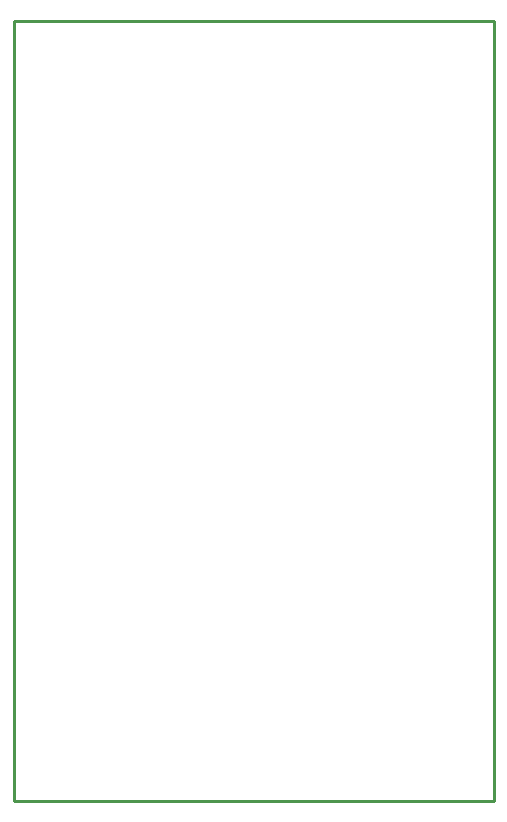
<source format=gko>
G04 Layer: BoardOutlineLayer*
G04 EasyEDA v6.5.29, 2023-07-18 11:38:57*
G04 be89d959f12a418793a534216dc81482,5a6b42c53f6a479593ecc07194224c93,10*
G04 Gerber Generator version 0.2*
G04 Scale: 100 percent, Rotated: No, Reflected: No *
G04 Dimensions in millimeters *
G04 leading zeros omitted , absolute positions ,4 integer and 5 decimal *
%FSLAX45Y45*%
%MOMM*%

%ADD10C,0.2540*%
D10*
X0Y11938000D02*
G01*
X4064000Y11938000D01*
X4064000Y5334000D01*
X0Y5334000D01*
X0Y11938000D01*

%LPD*%
M02*

</source>
